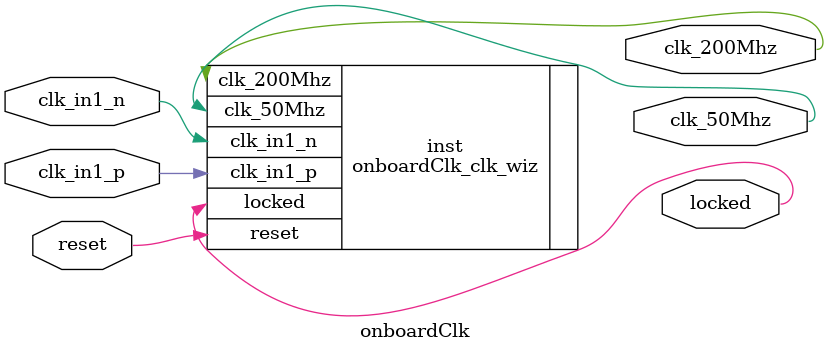
<source format=v>


`timescale 1ps/1ps

(* CORE_GENERATION_INFO = "onboardClk,clk_wiz_v6_0_6_0_0,{component_name=onboardClk,use_phase_alignment=false,use_min_o_jitter=false,use_max_i_jitter=false,use_dyn_phase_shift=false,use_inclk_switchover=false,use_dyn_reconfig=false,enable_axi=0,feedback_source=FDBK_AUTO,PRIMITIVE=MMCM,num_out_clk=2,clkin1_period=10.000,clkin2_period=10.000,use_power_down=false,use_reset=true,use_locked=true,use_inclk_stopped=false,feedback_type=SINGLE,CLOCK_MGR_TYPE=NA,manual_override=false}" *)

module onboardClk 
 (
  // Clock out ports
  output        clk_50Mhz,
  output        clk_200Mhz,
  // Status and control signals
  input         reset,
  output        locked,
 // Clock in ports
  input         clk_in1_p,
  input         clk_in1_n
 );

  onboardClk_clk_wiz inst
  (
  // Clock out ports  
  .clk_50Mhz(clk_50Mhz),
  .clk_200Mhz(clk_200Mhz),
  // Status and control signals               
  .reset(reset), 
  .locked(locked),
 // Clock in ports
  .clk_in1_p(clk_in1_p),
  .clk_in1_n(clk_in1_n)
  );

endmodule

</source>
